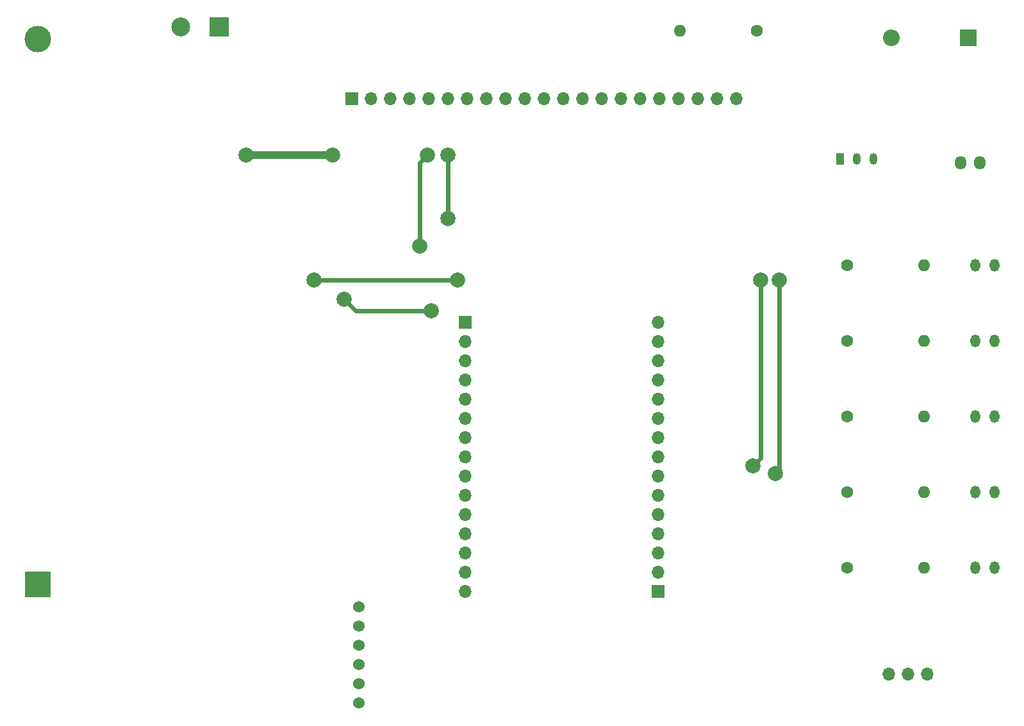
<source format=gbr>
%TF.GenerationSoftware,KiCad,Pcbnew,8.0.8*%
%TF.CreationDate,2025-02-13T16:42:55-05:00*%
%TF.ProjectId,Dise_o Sensor UV,44697365-f16f-4205-9365-6e736f722055,rev?*%
%TF.SameCoordinates,Original*%
%TF.FileFunction,Copper,L1,Top*%
%TF.FilePolarity,Positive*%
%FSLAX46Y46*%
G04 Gerber Fmt 4.6, Leading zero omitted, Abs format (unit mm)*
G04 Created by KiCad (PCBNEW 8.0.8) date 2025-02-13 16:42:55*
%MOMM*%
%LPD*%
G01*
G04 APERTURE LIST*
%TA.AperFunction,ComponentPad*%
%ADD10C,1.600000*%
%TD*%
%TA.AperFunction,ComponentPad*%
%ADD11O,1.600000X1.600000*%
%TD*%
%TA.AperFunction,ComponentPad*%
%ADD12O,1.300000X1.700000*%
%TD*%
%TA.AperFunction,ComponentPad*%
%ADD13R,1.700000X1.700000*%
%TD*%
%TA.AperFunction,ComponentPad*%
%ADD14O,1.700000X1.700000*%
%TD*%
%TA.AperFunction,ComponentPad*%
%ADD15R,3.500000X3.500000*%
%TD*%
%TA.AperFunction,ComponentPad*%
%ADD16C,3.500000*%
%TD*%
%TA.AperFunction,ComponentPad*%
%ADD17R,2.200000X2.200000*%
%TD*%
%TA.AperFunction,ComponentPad*%
%ADD18O,2.200000X2.200000*%
%TD*%
%TA.AperFunction,ComponentPad*%
%ADD19O,1.050000X1.500000*%
%TD*%
%TA.AperFunction,ComponentPad*%
%ADD20R,1.050000X1.500000*%
%TD*%
%TA.AperFunction,ComponentPad*%
%ADD21C,1.524000*%
%TD*%
%TA.AperFunction,ComponentPad*%
%ADD22R,2.500000X2.500000*%
%TD*%
%TA.AperFunction,ComponentPad*%
%ADD23C,2.500000*%
%TD*%
%TA.AperFunction,ComponentPad*%
%ADD24O,1.500000X1.800000*%
%TD*%
%TA.AperFunction,ViaPad*%
%ADD25C,2.000000*%
%TD*%
%TA.AperFunction,Conductor*%
%ADD26C,1.000000*%
%TD*%
%TA.AperFunction,Conductor*%
%ADD27C,0.600000*%
%TD*%
G04 APERTURE END LIST*
D10*
%TO.P,R3,1*%
%TO.N,Net-(RI1-Pin_8)*%
X241420000Y-96500000D03*
D11*
%TO.P,R3,2*%
%TO.N,Net-(Led3-Pin_1)*%
X251580000Y-96500000D03*
%TD*%
D12*
%TO.P,Led5,2,Pin_2*%
%TO.N,GND*%
X260960000Y-76500000D03*
%TO.P,Led5,1,Pin_1*%
%TO.N,Net-(Led5-Pin_1)*%
X258420000Y-76500000D03*
%TD*%
D13*
%TO.P,RI1,1,Pin_1*%
%TO.N,Net-(RI1-Pin_1)*%
X216500000Y-119620000D03*
D14*
%TO.P,RI1,2,Pin_2*%
%TO.N,GND*%
X216500000Y-117080000D03*
%TO.P,RI1,3,Pin_3*%
%TO.N,Net-(RI1-Pin_3)*%
X216500000Y-114540000D03*
%TO.P,RI1,4,Pin_4*%
%TO.N,Net-(RI1-Pin_4)*%
X216500000Y-112000000D03*
%TO.P,RI1,5,Pin_5*%
%TO.N,Net-(RI1-Pin_5)*%
X216500000Y-109460000D03*
%TO.P,RI1,6,Pin_6*%
%TO.N,Net-(Pin_Extra1-Pin_21)*%
X216500000Y-106920000D03*
%TO.P,RI1,7,Pin_7*%
%TO.N,Net-(Pin_Extra1-Pin_20)*%
X216500000Y-104380000D03*
%TO.P,RI1,8,Pin_8*%
%TO.N,Net-(RI1-Pin_8)*%
X216500000Y-101840000D03*
%TO.P,RI1,9,Pin_9*%
%TO.N,Net-(RI1-Pin_9)*%
X216500000Y-99300000D03*
%TO.P,RI1,10,Pin_10*%
%TO.N,Net-(RI1-Pin_10)*%
X216500000Y-96760000D03*
%TO.P,RI1,11,Pin_11*%
%TO.N,Net-(Pin_Extra1-Pin_19)*%
X216500000Y-94220000D03*
%TO.P,RI1,12,Pin_12*%
%TO.N,Net-(Pin_Extra1-Pin_18)*%
X216500000Y-91680000D03*
%TO.P,RI1,13,Pin_13*%
%TO.N,Net-(Pin_Extra1-Pin_17)*%
X216500000Y-89140000D03*
%TO.P,RI1,14,Pin_14*%
%TO.N,Net-(Pin_Extra1-Pin_16)*%
X216500000Y-86600000D03*
%TO.P,RI1,15,Pin_15*%
%TO.N,Net-(Pin_Extra1-Pin_15)*%
X216500000Y-84060000D03*
%TD*%
D10*
%TO.P,R2,1*%
%TO.N,Net-(RI1-Pin_5)*%
X241420000Y-106500000D03*
D11*
%TO.P,R2,2*%
%TO.N,Net-(Led2-Pin_1)*%
X251580000Y-106500000D03*
%TD*%
D10*
%TO.P,R4,1*%
%TO.N,Net-(RI1-Pin_9)*%
X241420000Y-86500000D03*
D11*
%TO.P,R4,2*%
%TO.N,Net-(Led4-Pin_1)*%
X251580000Y-86500000D03*
%TD*%
D15*
%TO.P,BT1,1,+*%
%TO.N,Net-(BT1-+)*%
X134500000Y-118645000D03*
D16*
%TO.P,BT1,2,-*%
%TO.N,GND*%
X134500000Y-46645000D03*
%TD*%
D10*
%TO.P,R_BaseT1,1*%
%TO.N,Net-(Q1-B)*%
X229500000Y-45500000D03*
D11*
%TO.P,R_BaseT1,2*%
%TO.N,Net-(LE1-Pin_13)*%
X219340000Y-45500000D03*
%TD*%
D10*
%TO.P,R5,1*%
%TO.N,Net-(RI1-Pin_10)*%
X241420000Y-76500000D03*
D11*
%TO.P,R5,2*%
%TO.N,Net-(Led5-Pin_1)*%
X251580000Y-76500000D03*
%TD*%
D14*
%TO.P,SUV1,1,Pin_1*%
%TO.N,Net-(RI1-Pin_3)*%
X252040000Y-130500000D03*
%TO.P,SUV1,2,Pin_2*%
%TO.N,GND*%
X249500000Y-130500000D03*
%TO.P,SUV1,3,Pin_3*%
%TO.N,Net-(RI1-Pin_1)*%
X246960000Y-130500000D03*
%TD*%
D10*
%TO.P,R1,1*%
%TO.N,Net-(RI1-Pin_4)*%
X241420000Y-116500000D03*
D11*
%TO.P,R1,2*%
%TO.N,Net-(Led1-Pin_1)*%
X251580000Y-116500000D03*
%TD*%
D17*
%TO.P,D1,1,K*%
%TO.N,Net-(Buzzer1-Pin_1)*%
X257500000Y-46500000D03*
D18*
%TO.P,D1,2,A*%
%TO.N,Net-(Buzzer1-Pin_2)*%
X247340000Y-46500000D03*
%TD*%
D13*
%TO.P,Pin_Extra1,1,Pin_1*%
%TO.N,GND*%
X175980000Y-54500000D03*
D14*
%TO.P,Pin_Extra1,2,Pin_2*%
%TO.N,Net-(Buzzer1-Pin_1)*%
X178520000Y-54500000D03*
%TO.P,Pin_Extra1,3,Pin_3*%
%TO.N,Net-(LE1-Pin_1)*%
X181060000Y-54500000D03*
%TO.P,Pin_Extra1,4,Pin_4*%
%TO.N,Net-(LE1-Pin_2)*%
X183600000Y-54500000D03*
%TO.P,Pin_Extra1,5,Pin_5*%
%TO.N,Net-(LE1-Pin_3)*%
X186140000Y-54500000D03*
%TO.P,Pin_Extra1,6,Pin_6*%
%TO.N,Net-(LE1-Pin_4)*%
X188680000Y-54500000D03*
%TO.P,Pin_Extra1,7,Pin_7*%
%TO.N,Net-(LE1-Pin_5)*%
X191220000Y-54500000D03*
%TO.P,Pin_Extra1,8,Pin_8*%
%TO.N,Net-(LE1-Pin_6)*%
X193760000Y-54500000D03*
%TO.P,Pin_Extra1,9,Pin_9*%
%TO.N,Net-(LE1-Pin_7)*%
X196300000Y-54500000D03*
%TO.P,Pin_Extra1,10,Pin_10*%
%TO.N,Net-(LE1-Pin_8)*%
X198840000Y-54500000D03*
%TO.P,Pin_Extra1,11,Pin_11*%
%TO.N,Net-(LE1-Pin_9)*%
X201380000Y-54500000D03*
%TO.P,Pin_Extra1,12,Pin_12*%
%TO.N,Net-(LE1-Pin_10)*%
X203920000Y-54500000D03*
%TO.P,Pin_Extra1,13,Pin_13*%
%TO.N,Net-(LE1-Pin_11)*%
X206460000Y-54500000D03*
%TO.P,Pin_Extra1,14,Pin_14*%
%TO.N,Net-(LE1-Pin_12)*%
X209000000Y-54500000D03*
%TO.P,Pin_Extra1,15,Pin_15*%
%TO.N,Net-(Pin_Extra1-Pin_15)*%
X211540000Y-54500000D03*
%TO.P,Pin_Extra1,16,Pin_16*%
%TO.N,Net-(Pin_Extra1-Pin_16)*%
X214080000Y-54500000D03*
%TO.P,Pin_Extra1,17,Pin_17*%
%TO.N,Net-(Pin_Extra1-Pin_17)*%
X216620000Y-54500000D03*
%TO.P,Pin_Extra1,18,Pin_18*%
%TO.N,Net-(Pin_Extra1-Pin_18)*%
X219160000Y-54500000D03*
%TO.P,Pin_Extra1,19,Pin_19*%
%TO.N,Net-(Pin_Extra1-Pin_19)*%
X221700000Y-54500000D03*
%TO.P,Pin_Extra1,20,Pin_20*%
%TO.N,Net-(Pin_Extra1-Pin_20)*%
X224240000Y-54500000D03*
%TO.P,Pin_Extra1,21,Pin_21*%
%TO.N,Net-(Pin_Extra1-Pin_21)*%
X226780000Y-54500000D03*
%TD*%
%TO.P,LE1,15,Pin_15*%
%TO.N,Net-(Buzzer1-Pin_1)*%
X191000000Y-119620000D03*
%TO.P,LE1,14,Pin_14*%
%TO.N,GND*%
X191000000Y-117080000D03*
%TO.P,LE1,13,Pin_13*%
%TO.N,Net-(LE1-Pin_13)*%
X191000000Y-114540000D03*
%TO.P,LE1,12,Pin_12*%
%TO.N,Net-(LE1-Pin_12)*%
X191000000Y-112000000D03*
%TO.P,LE1,11,Pin_11*%
%TO.N,Net-(LE1-Pin_11)*%
X191000000Y-109460000D03*
%TO.P,LE1,10,Pin_10*%
%TO.N,Net-(LE1-Pin_10)*%
X191000000Y-106920000D03*
%TO.P,LE1,9,Pin_9*%
%TO.N,Net-(LE1-Pin_9)*%
X191000000Y-104380000D03*
%TO.P,LE1,8,Pin_8*%
%TO.N,Net-(LE1-Pin_8)*%
X191000000Y-101840000D03*
%TO.P,LE1,7,Pin_7*%
%TO.N,Net-(LE1-Pin_7)*%
X191000000Y-99300000D03*
%TO.P,LE1,6,Pin_6*%
%TO.N,Net-(LE1-Pin_6)*%
X191000000Y-96760000D03*
%TO.P,LE1,5,Pin_5*%
%TO.N,Net-(LE1-Pin_5)*%
X191000000Y-94220000D03*
%TO.P,LE1,4,Pin_4*%
%TO.N,Net-(LE1-Pin_4)*%
X191000000Y-91680000D03*
%TO.P,LE1,3,Pin_3*%
%TO.N,Net-(LE1-Pin_3)*%
X191000000Y-89140000D03*
%TO.P,LE1,2,Pin_2*%
%TO.N,Net-(LE1-Pin_2)*%
X191000000Y-86600000D03*
D13*
%TO.P,LE1,1,Pin_1*%
%TO.N,Net-(LE1-Pin_1)*%
X191000000Y-84060000D03*
%TD*%
D19*
%TO.P,Q1,3,C*%
%TO.N,Net-(Buzzer1-Pin_2)*%
X244920000Y-62500000D03*
%TO.P,Q1,2,B*%
%TO.N,Net-(Q1-B)*%
X242730000Y-62500000D03*
D20*
%TO.P,Q1,1,E*%
%TO.N,GND*%
X240540000Y-62500000D03*
%TD*%
D12*
%TO.P,Led3,1,Pin_1*%
%TO.N,Net-(Led3-Pin_1)*%
X258420000Y-96500000D03*
%TO.P,Led3,2,Pin_2*%
%TO.N,GND*%
X260960000Y-96500000D03*
%TD*%
D21*
%TO.P,Modulo1,1,VIN*%
%TO.N,Net-(ALI1-Pin_2)*%
X176930000Y-134350000D03*
%TO.P,Modulo1,2,GND*%
%TO.N,GND*%
X176930000Y-131810000D03*
%TO.P,Modulo1,3,GND*%
X176930000Y-129270000D03*
%TO.P,Modulo1,4,BAT*%
%TO.N,Net-(BT1-+)*%
X176930000Y-126730000D03*
%TO.P,Modulo1,5,GND*%
%TO.N,GND*%
X176930000Y-124190000D03*
%TO.P,Modulo1,6,OUT-5V*%
%TO.N,Net-(Buzzer1-Pin_1)*%
X176930000Y-121650000D03*
%TD*%
D12*
%TO.P,Led2,1,Pin_1*%
%TO.N,Net-(Led2-Pin_1)*%
X258420000Y-106500000D03*
%TO.P,Led2,2,Pin_2*%
%TO.N,GND*%
X260960000Y-106500000D03*
%TD*%
%TO.P,Led1,1,Pin_1*%
%TO.N,Net-(Led1-Pin_1)*%
X258420000Y-116500000D03*
%TO.P,Led1,2,Pin_2*%
%TO.N,GND*%
X260960000Y-116500000D03*
%TD*%
%TO.P,Led4,1,Pin_1*%
%TO.N,Net-(Led4-Pin_1)*%
X258420000Y-86475000D03*
%TO.P,Led4,2,Pin_2*%
%TO.N,GND*%
X260960000Y-86475000D03*
%TD*%
D22*
%TO.P,ALI1,1,Pin_1*%
%TO.N,GND*%
X158500000Y-45000000D03*
D23*
%TO.P,ALI1,2,Pin_2*%
%TO.N,Net-(ALI1-Pin_2)*%
X153420000Y-45000000D03*
%TD*%
D24*
%TO.P,Buzzer1,1,Pin_1*%
%TO.N,Net-(Buzzer1-Pin_1)*%
X259000000Y-63000000D03*
%TO.P,Buzzer1,2,Pin_2*%
%TO.N,Net-(Buzzer1-Pin_2)*%
X256460000Y-63000000D03*
%TD*%
D25*
%TO.N,Net-(Buzzer1-Pin_1)*%
X162000000Y-62000000D03*
X173500000Y-62000000D03*
%TO.N,Net-(LE1-Pin_2)*%
X175000000Y-81000000D03*
X186500000Y-82500000D03*
%TO.N,Net-(LE1-Pin_4)*%
X188680000Y-62000000D03*
X188680000Y-70320000D03*
%TO.N,Net-(LE1-Pin_3)*%
X185000000Y-74000000D03*
X186000000Y-62000000D03*
%TO.N,Net-(LE1-Pin_1)*%
X190000000Y-78500000D03*
X171000000Y-78500000D03*
%TO.N,Net-(Pin_Extra1-Pin_20)*%
X229000000Y-103000000D03*
X230000000Y-78500000D03*
%TO.N,Net-(Pin_Extra1-Pin_21)*%
X232000000Y-104000000D03*
X232500000Y-78500000D03*
%TD*%
D26*
%TO.N,Net-(Buzzer1-Pin_1)*%
X162000000Y-62000000D02*
X173500000Y-62000000D01*
D27*
%TO.N,Net-(LE1-Pin_4)*%
X188680000Y-70320000D02*
X188680000Y-62000000D01*
%TO.N,Net-(LE1-Pin_1)*%
X171000000Y-78500000D02*
X190000000Y-78500000D01*
%TO.N,Net-(Pin_Extra1-Pin_20)*%
X230000000Y-102000000D02*
X229000000Y-103000000D01*
X230000000Y-78500000D02*
X230000000Y-102000000D01*
%TO.N,Net-(LE1-Pin_2)*%
X175000000Y-81000000D02*
X176500000Y-82500000D01*
X176500000Y-82500000D02*
X186500000Y-82500000D01*
%TO.N,Net-(Pin_Extra1-Pin_21)*%
X232500000Y-78500000D02*
X232500000Y-103500000D01*
X232500000Y-103500000D02*
X232000000Y-104000000D01*
%TO.N,Net-(LE1-Pin_3)*%
X185000000Y-63000000D02*
X186000000Y-62000000D01*
X185000000Y-74000000D02*
X185000000Y-63000000D01*
%TD*%
M02*

</source>
